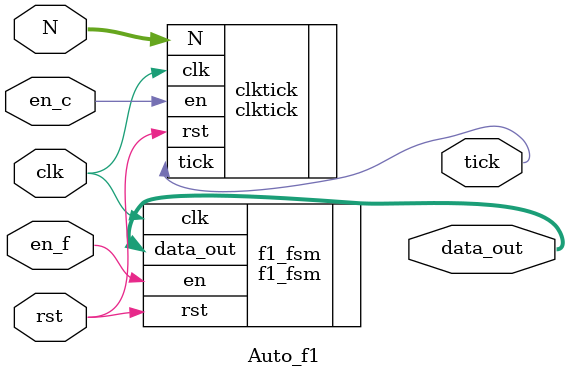
<source format=sv>
module Auto_f1  #(
    parameter   WIDTH = 16
)(
    input logic clk,
    input logic rst,
    input logic en_c,
    input logic en_f,
    input logic [WIDTH-1:0] N,
    output logic tick,
    output logic [7:0] data_out
);
    

clktick clktick(
    .clk (clk),
    .rst (rst),
    .en (en_c),
    .N (N),
    .tick (tick)
);

f1_fsm f1_fsm(
    .clk (clk),
    .rst (rst),
    .en (en_f),
    .data_out (data_out)
);

endmodule

</source>
